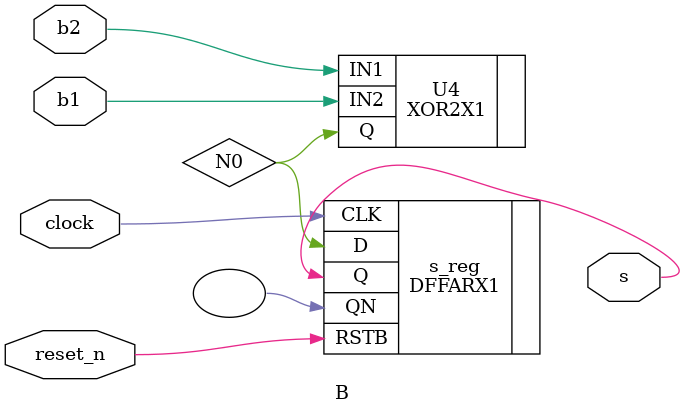
<source format=v>


module B ( reset_n, clock, b1, b2, s );
  input reset_n, clock, b1, b2;
  output s;
  wire   N0;

  DFFARX1 s_reg ( .D(N0), .CLK(clock), .RSTB(reset_n), .Q(s), .QN() );
  XOR2X1 U4 ( .IN1(b2), .IN2(b1), .Q(N0) );
endmodule


</source>
